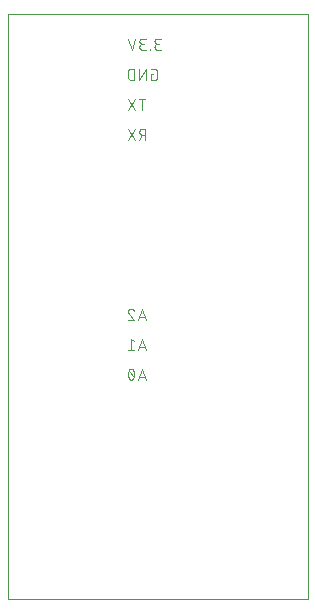
<source format=gbo>
G75*
%MOIN*%
%OFA0B0*%
%FSLAX25Y25*%
%IPPOS*%
%LPD*%
%AMOC8*
5,1,8,0,0,1.08239X$1,22.5*
%
%ADD10C,0.00000*%
%ADD11C,0.00300*%
D10*
X0001000Y0016000D02*
X0001000Y0211000D01*
X0101000Y0211000D01*
X0101000Y0016000D01*
X0001000Y0016000D01*
D11*
X0042897Y0089664D02*
X0042942Y0089760D01*
X0042983Y0089858D01*
X0043021Y0089958D01*
X0043056Y0090058D01*
X0043087Y0090160D01*
X0043115Y0090263D01*
X0043138Y0090366D01*
X0043159Y0090471D01*
X0043175Y0090576D01*
X0043188Y0090681D01*
X0043198Y0090787D01*
X0043203Y0090894D01*
X0043205Y0091000D01*
X0041150Y0091000D02*
X0041152Y0091106D01*
X0041157Y0091213D01*
X0041167Y0091319D01*
X0041180Y0091424D01*
X0041196Y0091529D01*
X0041217Y0091634D01*
X0041240Y0091737D01*
X0041268Y0091840D01*
X0041299Y0091942D01*
X0041334Y0092042D01*
X0041372Y0092142D01*
X0041413Y0092240D01*
X0041458Y0092336D01*
X0041356Y0092028D02*
X0043000Y0089972D01*
X0042178Y0089150D02*
X0042126Y0089152D01*
X0042073Y0089157D01*
X0042022Y0089166D01*
X0041971Y0089179D01*
X0041921Y0089195D01*
X0041872Y0089214D01*
X0041825Y0089237D01*
X0041779Y0089263D01*
X0041736Y0089292D01*
X0041694Y0089324D01*
X0041655Y0089358D01*
X0041618Y0089396D01*
X0041584Y0089436D01*
X0041553Y0089478D01*
X0041524Y0089522D01*
X0041499Y0089568D01*
X0041477Y0089615D01*
X0041458Y0089664D01*
X0042178Y0089150D02*
X0042230Y0089152D01*
X0042283Y0089157D01*
X0042334Y0089166D01*
X0042385Y0089179D01*
X0042435Y0089195D01*
X0042484Y0089214D01*
X0042531Y0089237D01*
X0042577Y0089263D01*
X0042620Y0089292D01*
X0042662Y0089324D01*
X0042701Y0089358D01*
X0042738Y0089396D01*
X0042772Y0089436D01*
X0042804Y0089478D01*
X0042832Y0089522D01*
X0042857Y0089568D01*
X0042879Y0089615D01*
X0042898Y0089664D01*
X0041458Y0092336D02*
X0041477Y0092385D01*
X0041499Y0092432D01*
X0041524Y0092478D01*
X0041553Y0092522D01*
X0041584Y0092564D01*
X0041618Y0092604D01*
X0041655Y0092642D01*
X0041694Y0092676D01*
X0041736Y0092708D01*
X0041779Y0092737D01*
X0041825Y0092763D01*
X0041872Y0092786D01*
X0041921Y0092805D01*
X0041971Y0092821D01*
X0042022Y0092834D01*
X0042073Y0092843D01*
X0042126Y0092848D01*
X0042178Y0092850D01*
X0042230Y0092848D01*
X0042283Y0092843D01*
X0042334Y0092834D01*
X0042385Y0092821D01*
X0042435Y0092805D01*
X0042484Y0092786D01*
X0042531Y0092763D01*
X0042577Y0092737D01*
X0042620Y0092708D01*
X0042662Y0092676D01*
X0042701Y0092642D01*
X0042738Y0092604D01*
X0042772Y0092564D01*
X0042804Y0092522D01*
X0042832Y0092478D01*
X0042857Y0092432D01*
X0042879Y0092385D01*
X0042898Y0092336D01*
X0041150Y0091000D02*
X0041152Y0090894D01*
X0041157Y0090787D01*
X0041167Y0090681D01*
X0041180Y0090576D01*
X0041196Y0090471D01*
X0041217Y0090366D01*
X0041240Y0090263D01*
X0041268Y0090160D01*
X0041299Y0090058D01*
X0041334Y0089958D01*
X0041372Y0089858D01*
X0041413Y0089760D01*
X0041458Y0089664D01*
X0043205Y0091000D02*
X0043203Y0091106D01*
X0043198Y0091213D01*
X0043188Y0091319D01*
X0043175Y0091424D01*
X0043159Y0091529D01*
X0043138Y0091634D01*
X0043115Y0091737D01*
X0043087Y0091840D01*
X0043056Y0091942D01*
X0043021Y0092042D01*
X0042983Y0092142D01*
X0042942Y0092240D01*
X0042897Y0092336D01*
X0045778Y0092850D02*
X0044544Y0089150D01*
X0044853Y0090075D02*
X0046703Y0090075D01*
X0047011Y0089150D02*
X0045778Y0092850D01*
X0047011Y0099150D02*
X0045778Y0102850D01*
X0044544Y0099150D01*
X0044853Y0100075D02*
X0046703Y0100075D01*
X0043206Y0099150D02*
X0041150Y0099150D01*
X0042178Y0099150D02*
X0042178Y0102850D01*
X0043206Y0102028D01*
X0043206Y0109150D02*
X0041150Y0109150D01*
X0043206Y0109150D02*
X0041458Y0111206D01*
X0042075Y0112850D02*
X0042143Y0112848D01*
X0042211Y0112842D01*
X0042278Y0112833D01*
X0042344Y0112819D01*
X0042410Y0112802D01*
X0042475Y0112781D01*
X0042538Y0112756D01*
X0042600Y0112728D01*
X0042660Y0112696D01*
X0042718Y0112661D01*
X0042774Y0112623D01*
X0042828Y0112581D01*
X0042879Y0112537D01*
X0042927Y0112489D01*
X0042973Y0112439D01*
X0043016Y0112387D01*
X0043056Y0112332D01*
X0043093Y0112275D01*
X0043126Y0112216D01*
X0043156Y0112155D01*
X0043182Y0112092D01*
X0043205Y0112028D01*
X0041458Y0111205D02*
X0041415Y0111249D01*
X0041374Y0111296D01*
X0041337Y0111345D01*
X0041302Y0111396D01*
X0041271Y0111450D01*
X0041243Y0111505D01*
X0041219Y0111562D01*
X0041198Y0111620D01*
X0041181Y0111680D01*
X0041167Y0111740D01*
X0041158Y0111801D01*
X0041152Y0111863D01*
X0041150Y0111925D01*
X0041152Y0111983D01*
X0041157Y0112041D01*
X0041166Y0112098D01*
X0041179Y0112155D01*
X0041195Y0112211D01*
X0041215Y0112266D01*
X0041238Y0112319D01*
X0041264Y0112371D01*
X0041294Y0112421D01*
X0041327Y0112469D01*
X0041362Y0112515D01*
X0041401Y0112558D01*
X0041442Y0112599D01*
X0041485Y0112638D01*
X0041531Y0112673D01*
X0041579Y0112706D01*
X0041629Y0112736D01*
X0041681Y0112762D01*
X0041734Y0112785D01*
X0041789Y0112805D01*
X0041845Y0112821D01*
X0041902Y0112834D01*
X0041959Y0112843D01*
X0042017Y0112848D01*
X0042075Y0112850D01*
X0045778Y0112850D02*
X0044544Y0109150D01*
X0044853Y0110075D02*
X0046703Y0110075D01*
X0047011Y0109150D02*
X0045778Y0112850D01*
X0044933Y0169150D02*
X0045755Y0170794D01*
X0045961Y0170794D02*
X0046989Y0170794D01*
X0045961Y0170794D02*
X0045898Y0170796D01*
X0045835Y0170802D01*
X0045772Y0170812D01*
X0045710Y0170825D01*
X0045649Y0170842D01*
X0045590Y0170863D01*
X0045531Y0170888D01*
X0045475Y0170916D01*
X0045420Y0170948D01*
X0045367Y0170983D01*
X0045317Y0171021D01*
X0045268Y0171062D01*
X0045223Y0171106D01*
X0045180Y0171153D01*
X0045141Y0171202D01*
X0045104Y0171254D01*
X0045071Y0171308D01*
X0045041Y0171364D01*
X0045014Y0171421D01*
X0044991Y0171480D01*
X0044972Y0171541D01*
X0044957Y0171602D01*
X0044945Y0171664D01*
X0044937Y0171727D01*
X0044933Y0171790D01*
X0044933Y0171854D01*
X0044937Y0171917D01*
X0044945Y0171980D01*
X0044957Y0172042D01*
X0044972Y0172103D01*
X0044991Y0172164D01*
X0045014Y0172223D01*
X0045041Y0172280D01*
X0045071Y0172336D01*
X0045104Y0172390D01*
X0045141Y0172442D01*
X0045180Y0172491D01*
X0045223Y0172538D01*
X0045268Y0172582D01*
X0045317Y0172623D01*
X0045367Y0172661D01*
X0045420Y0172696D01*
X0045475Y0172728D01*
X0045531Y0172756D01*
X0045590Y0172781D01*
X0045649Y0172802D01*
X0045710Y0172819D01*
X0045772Y0172832D01*
X0045835Y0172842D01*
X0045898Y0172848D01*
X0045961Y0172850D01*
X0046989Y0172850D01*
X0046989Y0169150D01*
X0043617Y0169150D02*
X0041150Y0172850D01*
X0043617Y0172850D02*
X0041150Y0169150D01*
X0041150Y0179150D02*
X0043617Y0182850D01*
X0044716Y0182850D02*
X0046771Y0182850D01*
X0045743Y0182850D02*
X0045743Y0179150D01*
X0043617Y0179150D02*
X0041150Y0182850D01*
X0042178Y0189150D02*
X0043206Y0189150D01*
X0043206Y0192850D01*
X0042178Y0192850D01*
X0042116Y0192848D01*
X0042054Y0192843D01*
X0041993Y0192833D01*
X0041932Y0192820D01*
X0041872Y0192803D01*
X0041813Y0192783D01*
X0041756Y0192759D01*
X0041700Y0192732D01*
X0041646Y0192702D01*
X0041594Y0192668D01*
X0041544Y0192631D01*
X0041496Y0192591D01*
X0041451Y0192549D01*
X0041409Y0192504D01*
X0041369Y0192456D01*
X0041332Y0192406D01*
X0041298Y0192354D01*
X0041268Y0192300D01*
X0041241Y0192244D01*
X0041217Y0192187D01*
X0041197Y0192128D01*
X0041180Y0192068D01*
X0041167Y0192007D01*
X0041157Y0191946D01*
X0041152Y0191884D01*
X0041150Y0191822D01*
X0041150Y0190178D01*
X0041152Y0190116D01*
X0041157Y0190054D01*
X0041167Y0189993D01*
X0041180Y0189932D01*
X0041197Y0189872D01*
X0041217Y0189813D01*
X0041241Y0189756D01*
X0041268Y0189700D01*
X0041298Y0189646D01*
X0041332Y0189594D01*
X0041369Y0189544D01*
X0041409Y0189496D01*
X0041451Y0189451D01*
X0041496Y0189409D01*
X0041544Y0189369D01*
X0041594Y0189332D01*
X0041646Y0189298D01*
X0041700Y0189268D01*
X0041756Y0189241D01*
X0041813Y0189217D01*
X0041872Y0189197D01*
X0041932Y0189180D01*
X0041993Y0189167D01*
X0042054Y0189157D01*
X0042116Y0189152D01*
X0042178Y0189150D01*
X0044990Y0189150D02*
X0044990Y0192850D01*
X0047046Y0192850D02*
X0044990Y0189150D01*
X0047046Y0189150D02*
X0047046Y0192850D01*
X0048830Y0192850D02*
X0050063Y0192850D01*
X0050119Y0192848D01*
X0050175Y0192842D01*
X0050230Y0192833D01*
X0050285Y0192820D01*
X0050338Y0192803D01*
X0050390Y0192782D01*
X0050441Y0192758D01*
X0050490Y0192730D01*
X0050537Y0192700D01*
X0050582Y0192666D01*
X0050624Y0192629D01*
X0050664Y0192589D01*
X0050701Y0192547D01*
X0050735Y0192502D01*
X0050765Y0192455D01*
X0050793Y0192406D01*
X0050817Y0192355D01*
X0050838Y0192303D01*
X0050855Y0192250D01*
X0050868Y0192195D01*
X0050877Y0192140D01*
X0050883Y0192084D01*
X0050885Y0192028D01*
X0050886Y0192028D02*
X0050886Y0189972D01*
X0050885Y0189972D02*
X0050883Y0189916D01*
X0050877Y0189860D01*
X0050868Y0189805D01*
X0050855Y0189750D01*
X0050838Y0189697D01*
X0050817Y0189645D01*
X0050793Y0189594D01*
X0050765Y0189545D01*
X0050735Y0189498D01*
X0050701Y0189453D01*
X0050664Y0189411D01*
X0050624Y0189371D01*
X0050582Y0189334D01*
X0050537Y0189300D01*
X0050490Y0189270D01*
X0050441Y0189242D01*
X0050390Y0189218D01*
X0050338Y0189197D01*
X0050285Y0189180D01*
X0050230Y0189167D01*
X0050175Y0189158D01*
X0050119Y0189152D01*
X0050063Y0189150D01*
X0048830Y0189150D01*
X0048830Y0191206D01*
X0049447Y0191206D01*
X0048606Y0199150D02*
X0048401Y0199150D01*
X0048401Y0199356D01*
X0048606Y0199356D01*
X0048606Y0199150D01*
X0047011Y0199150D02*
X0045983Y0199150D01*
X0045920Y0199152D01*
X0045857Y0199158D01*
X0045794Y0199168D01*
X0045732Y0199181D01*
X0045671Y0199198D01*
X0045612Y0199219D01*
X0045553Y0199244D01*
X0045497Y0199272D01*
X0045442Y0199304D01*
X0045389Y0199339D01*
X0045339Y0199377D01*
X0045290Y0199418D01*
X0045245Y0199462D01*
X0045202Y0199509D01*
X0045163Y0199558D01*
X0045126Y0199610D01*
X0045093Y0199664D01*
X0045063Y0199720D01*
X0045036Y0199777D01*
X0045013Y0199836D01*
X0044994Y0199897D01*
X0044979Y0199958D01*
X0044967Y0200020D01*
X0044959Y0200083D01*
X0044955Y0200146D01*
X0044955Y0200210D01*
X0044959Y0200273D01*
X0044967Y0200336D01*
X0044979Y0200398D01*
X0044994Y0200459D01*
X0045013Y0200520D01*
X0045036Y0200579D01*
X0045063Y0200636D01*
X0045093Y0200692D01*
X0045126Y0200746D01*
X0045163Y0200798D01*
X0045202Y0200847D01*
X0045245Y0200894D01*
X0045290Y0200938D01*
X0045339Y0200979D01*
X0045389Y0201017D01*
X0045442Y0201052D01*
X0045497Y0201084D01*
X0045553Y0201112D01*
X0045612Y0201137D01*
X0045671Y0201158D01*
X0045732Y0201175D01*
X0045794Y0201188D01*
X0045857Y0201198D01*
X0045920Y0201204D01*
X0045983Y0201206D01*
X0045778Y0201206D02*
X0046600Y0201206D01*
X0045778Y0201206D02*
X0045722Y0201208D01*
X0045666Y0201214D01*
X0045611Y0201223D01*
X0045556Y0201236D01*
X0045503Y0201253D01*
X0045451Y0201274D01*
X0045400Y0201298D01*
X0045351Y0201326D01*
X0045304Y0201356D01*
X0045259Y0201390D01*
X0045217Y0201427D01*
X0045177Y0201467D01*
X0045140Y0201509D01*
X0045106Y0201554D01*
X0045076Y0201601D01*
X0045048Y0201650D01*
X0045024Y0201701D01*
X0045003Y0201753D01*
X0044986Y0201806D01*
X0044973Y0201861D01*
X0044964Y0201916D01*
X0044958Y0201972D01*
X0044956Y0202028D01*
X0044958Y0202084D01*
X0044964Y0202140D01*
X0044973Y0202195D01*
X0044986Y0202250D01*
X0045003Y0202303D01*
X0045024Y0202355D01*
X0045048Y0202406D01*
X0045076Y0202455D01*
X0045106Y0202502D01*
X0045140Y0202547D01*
X0045177Y0202589D01*
X0045217Y0202629D01*
X0045259Y0202666D01*
X0045304Y0202700D01*
X0045351Y0202730D01*
X0045400Y0202758D01*
X0045451Y0202782D01*
X0045503Y0202803D01*
X0045556Y0202820D01*
X0045611Y0202833D01*
X0045666Y0202842D01*
X0045722Y0202848D01*
X0045778Y0202850D01*
X0047011Y0202850D01*
X0043617Y0202850D02*
X0042383Y0199150D01*
X0041150Y0202850D01*
X0050818Y0202850D02*
X0052051Y0202850D01*
X0050818Y0202850D02*
X0050762Y0202848D01*
X0050706Y0202842D01*
X0050651Y0202833D01*
X0050596Y0202820D01*
X0050543Y0202803D01*
X0050491Y0202782D01*
X0050440Y0202758D01*
X0050391Y0202730D01*
X0050344Y0202700D01*
X0050299Y0202666D01*
X0050257Y0202629D01*
X0050217Y0202589D01*
X0050180Y0202547D01*
X0050146Y0202502D01*
X0050116Y0202455D01*
X0050088Y0202406D01*
X0050064Y0202355D01*
X0050043Y0202303D01*
X0050026Y0202250D01*
X0050013Y0202195D01*
X0050004Y0202140D01*
X0049998Y0202084D01*
X0049996Y0202028D01*
X0049998Y0201972D01*
X0050004Y0201916D01*
X0050013Y0201861D01*
X0050026Y0201806D01*
X0050043Y0201753D01*
X0050064Y0201701D01*
X0050088Y0201650D01*
X0050116Y0201601D01*
X0050146Y0201554D01*
X0050180Y0201509D01*
X0050217Y0201467D01*
X0050257Y0201427D01*
X0050299Y0201390D01*
X0050344Y0201356D01*
X0050391Y0201326D01*
X0050440Y0201298D01*
X0050491Y0201274D01*
X0050543Y0201253D01*
X0050596Y0201236D01*
X0050651Y0201223D01*
X0050706Y0201214D01*
X0050762Y0201208D01*
X0050818Y0201206D01*
X0051640Y0201206D01*
X0051023Y0201206D02*
X0050960Y0201204D01*
X0050897Y0201198D01*
X0050834Y0201188D01*
X0050772Y0201175D01*
X0050711Y0201158D01*
X0050652Y0201137D01*
X0050593Y0201112D01*
X0050537Y0201084D01*
X0050482Y0201052D01*
X0050429Y0201017D01*
X0050379Y0200979D01*
X0050330Y0200938D01*
X0050285Y0200894D01*
X0050242Y0200847D01*
X0050203Y0200798D01*
X0050166Y0200746D01*
X0050133Y0200692D01*
X0050103Y0200636D01*
X0050076Y0200579D01*
X0050053Y0200520D01*
X0050034Y0200459D01*
X0050019Y0200398D01*
X0050007Y0200336D01*
X0049999Y0200273D01*
X0049995Y0200210D01*
X0049995Y0200146D01*
X0049999Y0200083D01*
X0050007Y0200020D01*
X0050019Y0199958D01*
X0050034Y0199897D01*
X0050053Y0199836D01*
X0050076Y0199777D01*
X0050103Y0199720D01*
X0050133Y0199664D01*
X0050166Y0199610D01*
X0050203Y0199558D01*
X0050242Y0199509D01*
X0050285Y0199462D01*
X0050330Y0199418D01*
X0050379Y0199377D01*
X0050429Y0199339D01*
X0050482Y0199304D01*
X0050537Y0199272D01*
X0050593Y0199244D01*
X0050652Y0199219D01*
X0050711Y0199198D01*
X0050772Y0199181D01*
X0050834Y0199168D01*
X0050897Y0199158D01*
X0050960Y0199152D01*
X0051023Y0199150D01*
X0052051Y0199150D01*
M02*

</source>
